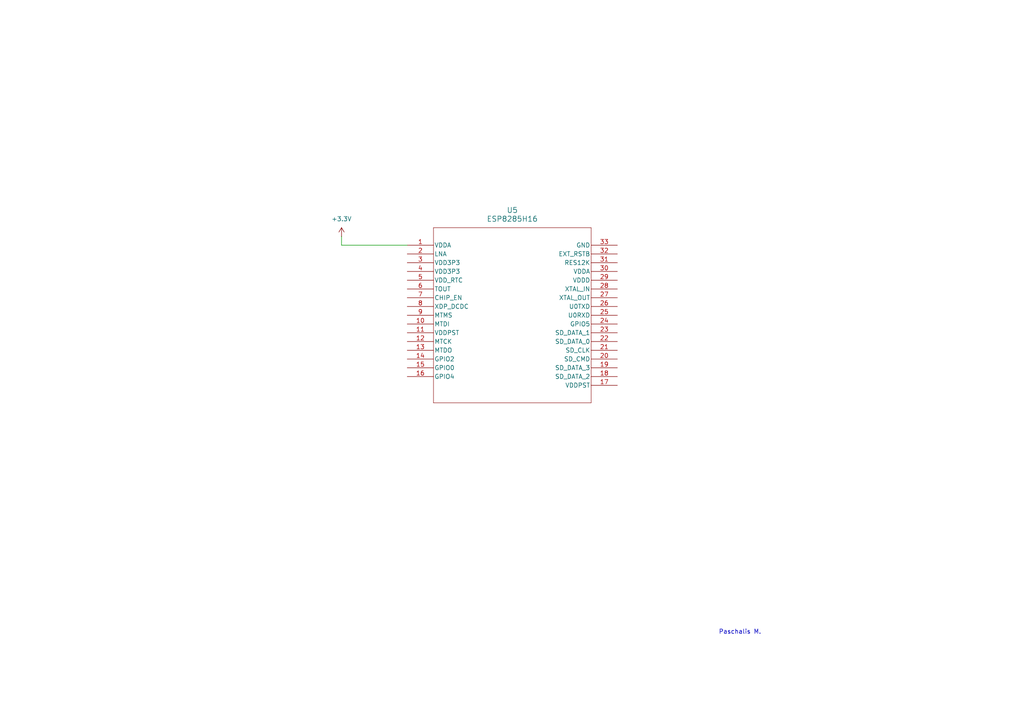
<source format=kicad_sch>
(kicad_sch (version 20231120) (generator "eeschema") (generator_version "8.0")
  (paper "A4")
  (title_block (title "ESP8285") (date "06-01-2025") (rev "1.0") (company "https://github.com/Paschalis") (comment 1 "based on signal strength.") (comment 2 "SX1276 and manages antenna diversity by dynamically switching antennas ") (comment 3 "Is used to flash the ELRS firmware for a 900 MHz receiver. It controls the  "))
  (lib_symbols
    (symbol "ESP8285H16:ESP8285H16" (pin_names (offset 0.254))
      (property "Reference" "U" (at 30.48 10.16 0))
      (property "Value" "ESP8285H16" (at 30.48 7.62 0))
      (symbol "ESP8285H16_0_1"
        (polyline (pts (xy 7.62 -45.72) (xy 53.34 -45.72)) (stroke (width 0.127)))
        (polyline (pts (xy 7.62 5.08) (xy 7.62 -45.72)) (stroke (width 0.127)))
        (polyline (pts (xy 53.34 -45.72) (xy 53.34 5.08)) (stroke (width 0.127)))
        (polyline (pts (xy 53.34 5.08) (xy 7.62 5.08)) (stroke (width 0.127)))
        (pin power_in line (at 0 0 0) (length 7.62) (name "VDDA") (number "1"))
        (pin bidirectional line (at 0 -22.86 0) (length 7.62) (name "MTDI") (number "10"))
        (pin power_in line (at 0 -25.4 0) (length 7.62) (name "VDDPST") (number "11"))
        (pin bidirectional line (at 0 -27.94 0) (length 7.62) (name "MTCK") (number "12"))
        (pin bidirectional line (at 0 -30.48 0) (length 7.62) (name "MTDO") (number "13"))
        (pin bidirectional line (at 0 -33.02 0) (length 7.62) (name "GPIO2") (number "14"))
        (pin bidirectional line (at 0 -35.56 0) (length 7.62) (name "GPIO0") (number "15"))
        (pin bidirectional line (at 0 -38.1 0) (length 7.62) (name "GPIO4") (number "16"))
        (pin power_in line (at 60.96 -40.64 180) (length 7.62) (name "VDDPST") (number "17"))
        (pin bidirectional line (at 60.96 -38.1 180) (length 7.62) (name "SD_DATA_2") (number "18"))
        (pin bidirectional line (at 60.96 -35.56 180) (length 7.62) (name "SD_DATA_3") (number "19"))
        (pin bidirectional line (at 0 -2.54 0) (length 7.62) (name "LNA") (number "2"))
        (pin bidirectional line (at 60.96 -33.02 180) (length 7.62) (name "SD_CMD") (number "20"))
        (pin bidirectional line (at 60.96 -30.48 180) (length 7.62) (name "SD_CLK") (number "21"))
        (pin bidirectional line (at 60.96 -27.94 180) (length 7.62) (name "SD_DATA_0") (number "22"))
        (pin bidirectional line (at 60.96 -25.4 180) (length 7.62) (name "SD_DATA_1") (number "23"))
        (pin bidirectional line (at 60.96 -22.86 180) (length 7.62) (name "GPIO5") (number "24"))
        (pin bidirectional line (at 60.96 -20.32 180) (length 7.62) (name "U0RXD") (number "25"))
        (pin bidirectional line (at 60.96 -17.78 180) (length 7.62) (name "U0TXD") (number "26"))
        (pin bidirectional line (at 60.96 -15.24 180) (length 7.62) (name "XTAL_OUT") (number "27"))
        (pin bidirectional line (at 60.96 -12.7 180) (length 7.62) (name "XTAL_IN") (number "28"))
        (pin power_in line (at 60.96 -10.16 180) (length 7.62) (name "VDDD") (number "29"))
        (pin power_in line (at 0 -5.08 0) (length 7.62) (name "VDD3P3") (number "3"))
        (pin power_in line (at 60.96 -7.62 180) (length 7.62) (name "VDDA") (number "30"))
        (pin input line (at 60.96 -5.08 180) (length 7.62) (name "RES12K") (number "31"))
        (pin input line (at 60.96 -2.54 180) (length 7.62) (name "EXT_RSTB") (number "32"))
        (pin power_out line (at 60.96 0 180) (length 7.62) (name "GND") (number "33"))
        (pin power_in line (at 0 -7.62 0) (length 7.62) (name "VDD3P3") (number "4"))
        (pin power_in line (at 0 -10.16 0) (length 7.62) (name "VDD_RTC") (number "5"))
        (pin input line (at 0 -12.7 0) (length 7.62) (name "TOUT") (number "6"))
        (pin input line (at 0 -15.24 0) (length 7.62) (name "CHIP_EN") (number "7"))
        (pin bidirectional line (at 0 -17.78 0) (length 7.62) (name "XDP_DCDC") (number "8"))
        (pin bidirectional line (at 0 -20.32 0) (length 7.62) (name "MTMS") (number "9"))
      )
    )
    (symbol "power:+3.3V" (power) (pin_numbers hide) (pin_names (offset 0) hide)
      (property "Value" "+3.3V" (at 0 3.556 0))
      (symbol "+3.3V_0_1"
        (polyline (pts (xy -0.762 1.27) (xy 0 2.54)))
        (polyline (pts (xy 0 0) (xy 0 2.54)))
        (polyline (pts (xy 0 2.54) (xy 0.762 1.27)))
      )
      (symbol "+3.3V_1_1"
        (pin power_in line (at 0 0 90) (length 0) (name "~") (number "1"))
      )
    )
  )
  (wire (pts (xy 99.06 71.12) (xy 99.06 68.58)))
  (wire (pts (xy 118.11 71.12) (xy 99.06 71.12)))
  (text "Paschalis M." (at 214.63 183.388 0) (effects (font (size 1.27 1.27))))
  (symbol (lib_id "power:+3.3V") (at 99.06 68.58 0) (unit 1)
    (property "Reference" "#PWR026" (effects (hide yes)))
    (property "Value" "+3.3V" (at 99.06 63.5 0))
    (property "Description" "Power symbol creates a global label with name \"+3.3V\"" (effects (hide yes)))
  )
  (symbol (lib_id "ESP8285H16:ESP8285H16") (at 118.11 71.12 0) (unit 1)
    (property "Reference" "U5" (at 148.59 60.96 0) (effects (font (size 1.524 1.524))))
    (property "Value" "ESP8285H16" (at 148.59 63.5 0) (effects (font (size 1.524 1.524))))
    (property "Footprint" "ESP8285H16" (effects (hide yes)))
    (property "Datasheet" "ESP8285H16" (effects (hide yes)))
  )
)
</source>
